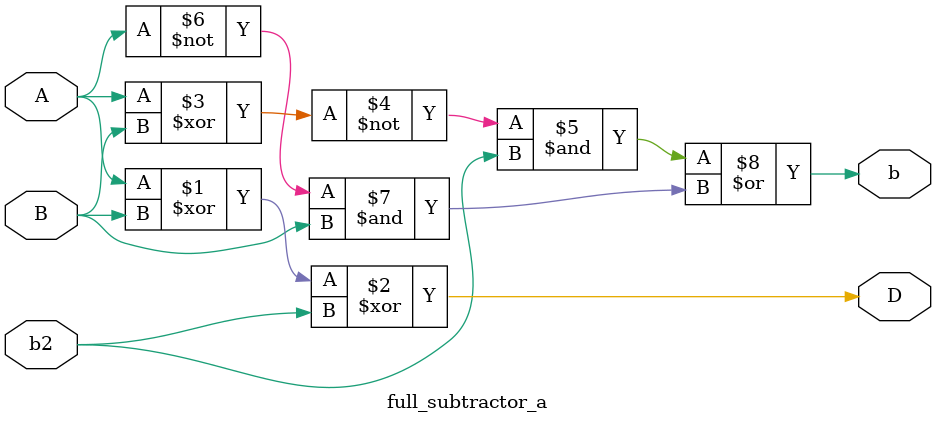
<source format=v>
`timescale 1ns / 1ps


module full_subtractor_a(
    input A,
    input B,
    input b2,
    output b,
    output D
    );
    assign D=A^B^b2;
    assign b=~(A^B)&b2|~A&B;
endmodule

</source>
